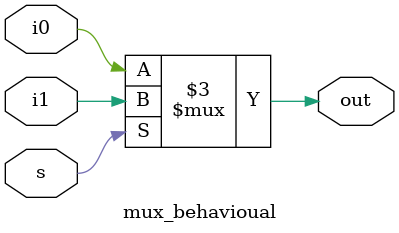
<source format=v>
module mux_gate_level (i0,i1,s,out);
  input i0,i1,s;
  output out;
  wire s1,p,q;
  not a0(s1,s);
  and a1(p,s1,i0);
  and a2(q,s,i1);
  or a3(out,p,q);
endmodule

// Data_flow
module mux_data_flow (i0,i1,s,out);
  input i0,i1,s;
  output out;
  assign out = (~s & i0) | (s & i1);
endmodule 

// Behavioual
module mux_behavioual (i0,i1,s,out);
input i0,i1,s;
output out;
reg out;
always @ ( i0,i1,s ) 
begin
  if (s) 
    out = i1; 
  else
    out = i0;
end
endmodule

</source>
